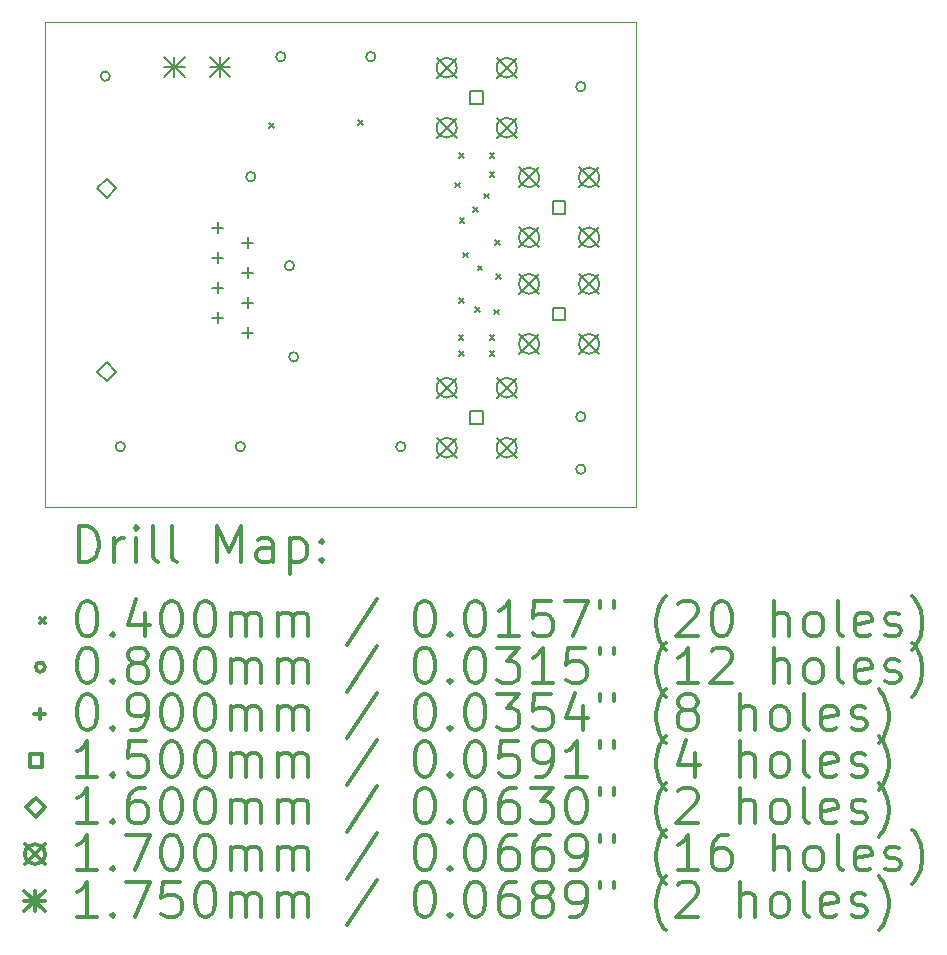
<source format=gbr>
%FSLAX45Y45*%
G04 Gerber Fmt 4.5, Leading zero omitted, Abs format (unit mm)*
G04 Created by KiCad (PCBNEW (5.1.12)-1) date 2021-12-16 15:17:34*
%MOMM*%
%LPD*%
G01*
G04 APERTURE LIST*
%TA.AperFunction,Profile*%
%ADD10C,0.050000*%
%TD*%
%ADD11C,0.200000*%
%ADD12C,0.300000*%
G04 APERTURE END LIST*
D10*
X9525000Y-11772900D02*
X9525000Y-7672900D01*
X14525000Y-11772900D02*
X9525000Y-11772900D01*
X14525000Y-7672900D02*
X14525000Y-11772900D01*
X9525000Y-7672900D02*
X14525000Y-7672900D01*
D11*
X11422700Y-8527100D02*
X11462700Y-8567100D01*
X11462700Y-8527100D02*
X11422700Y-8567100D01*
X12172000Y-8501700D02*
X12212000Y-8541700D01*
X12212000Y-8501700D02*
X12172000Y-8541700D01*
X12993514Y-9029179D02*
X13033514Y-9069179D01*
X13033514Y-9029179D02*
X12993514Y-9069179D01*
X13023991Y-10318415D02*
X13063991Y-10358415D01*
X13063991Y-10318415D02*
X13023991Y-10358415D01*
X13027520Y-8777855D02*
X13067520Y-8817855D01*
X13067520Y-8777855D02*
X13027520Y-8817855D01*
X13027520Y-10454359D02*
X13067520Y-10494359D01*
X13067520Y-10454359D02*
X13027520Y-10494359D01*
X13030900Y-10007900D02*
X13070900Y-10047900D01*
X13070900Y-10007900D02*
X13030900Y-10047900D01*
X13033211Y-9327412D02*
X13073211Y-9367412D01*
X13073211Y-9327412D02*
X13033211Y-9367412D01*
X13063575Y-9621929D02*
X13103575Y-9661929D01*
X13103575Y-9621929D02*
X13063575Y-9661929D01*
X13146633Y-9234914D02*
X13186633Y-9274914D01*
X13186633Y-9234914D02*
X13146633Y-9274914D01*
X13161847Y-10085270D02*
X13201847Y-10125270D01*
X13201847Y-10085270D02*
X13161847Y-10125270D01*
X13185900Y-9732900D02*
X13225900Y-9772900D01*
X13225900Y-9732900D02*
X13185900Y-9772900D01*
X13239865Y-9122050D02*
X13279865Y-9162050D01*
X13279865Y-9122050D02*
X13239865Y-9162050D01*
X13286939Y-10318338D02*
X13326939Y-10358338D01*
X13326939Y-10318338D02*
X13286939Y-10358338D01*
X13287520Y-8777855D02*
X13327520Y-8817855D01*
X13327520Y-8777855D02*
X13287520Y-8817855D01*
X13287520Y-8940180D02*
X13327520Y-8980180D01*
X13327520Y-8940180D02*
X13287520Y-8980180D01*
X13287520Y-10454637D02*
X13327520Y-10494637D01*
X13327520Y-10454637D02*
X13287520Y-10494637D01*
X13323613Y-10104291D02*
X13363613Y-10144291D01*
X13363613Y-10104291D02*
X13323613Y-10144291D01*
X13333010Y-9517375D02*
X13373010Y-9557375D01*
X13373010Y-9517375D02*
X13333010Y-9557375D01*
X13339923Y-9805368D02*
X13379923Y-9845368D01*
X13379923Y-9805368D02*
X13339923Y-9845368D01*
X10073000Y-8128000D02*
G75*
G03*
X10073000Y-8128000I-40000J0D01*
G01*
X10200000Y-11264900D02*
G75*
G03*
X10200000Y-11264900I-40000J0D01*
G01*
X11216000Y-11264900D02*
G75*
G03*
X11216000Y-11264900I-40000J0D01*
G01*
X11304900Y-8978900D02*
G75*
G03*
X11304900Y-8978900I-40000J0D01*
G01*
X11558900Y-7962900D02*
G75*
G03*
X11558900Y-7962900I-40000J0D01*
G01*
X11632560Y-9733280D02*
G75*
G03*
X11632560Y-9733280I-40000J0D01*
G01*
X11668120Y-10505440D02*
G75*
G03*
X11668120Y-10505440I-40000J0D01*
G01*
X12320900Y-7962900D02*
G75*
G03*
X12320900Y-7962900I-40000J0D01*
G01*
X12574900Y-11264900D02*
G75*
G03*
X12574900Y-11264900I-40000J0D01*
G01*
X14098900Y-8216900D02*
G75*
G03*
X14098900Y-8216900I-40000J0D01*
G01*
X14098900Y-11010900D02*
G75*
G03*
X14098900Y-11010900I-40000J0D01*
G01*
X14098900Y-11455400D02*
G75*
G03*
X14098900Y-11455400I-40000J0D01*
G01*
X10985500Y-9365700D02*
X10985500Y-9455700D01*
X10940500Y-9410700D02*
X11030500Y-9410700D01*
X10985500Y-9619700D02*
X10985500Y-9709700D01*
X10940500Y-9664700D02*
X11030500Y-9664700D01*
X10985500Y-9873700D02*
X10985500Y-9963700D01*
X10940500Y-9918700D02*
X11030500Y-9918700D01*
X10985500Y-10127700D02*
X10985500Y-10217700D01*
X10940500Y-10172700D02*
X11030500Y-10172700D01*
X11239500Y-9492700D02*
X11239500Y-9582700D01*
X11194500Y-9537700D02*
X11284500Y-9537700D01*
X11239500Y-9746700D02*
X11239500Y-9836700D01*
X11194500Y-9791700D02*
X11284500Y-9791700D01*
X11239500Y-10000700D02*
X11239500Y-10090700D01*
X11194500Y-10045700D02*
X11284500Y-10045700D01*
X11239500Y-10254700D02*
X11239500Y-10344700D01*
X11194500Y-10299700D02*
X11284500Y-10299700D01*
X13230553Y-8363913D02*
X13230553Y-8257846D01*
X13124486Y-8257846D01*
X13124486Y-8363913D01*
X13230553Y-8363913D01*
X13230553Y-11072914D02*
X13230553Y-10966847D01*
X13124486Y-10966847D01*
X13124486Y-11072914D01*
X13230553Y-11072914D01*
X13928253Y-9292214D02*
X13928253Y-9186147D01*
X13822186Y-9186147D01*
X13822186Y-9292214D01*
X13928253Y-9292214D01*
X13928253Y-10193914D02*
X13928253Y-10087847D01*
X13822186Y-10087847D01*
X13822186Y-10193914D01*
X13928253Y-10193914D01*
X10045500Y-9158200D02*
X10125500Y-9078200D01*
X10045500Y-8998200D01*
X9965500Y-9078200D01*
X10045500Y-9158200D01*
X10045500Y-10712200D02*
X10125500Y-10632200D01*
X10045500Y-10552200D01*
X9965500Y-10632200D01*
X10045500Y-10712200D01*
X12838520Y-7971880D02*
X13008520Y-8141880D01*
X13008520Y-7971880D02*
X12838520Y-8141880D01*
X13008520Y-8056880D02*
G75*
G03*
X13008520Y-8056880I-85000J0D01*
G01*
X12838520Y-8479880D02*
X13008520Y-8649880D01*
X13008520Y-8479880D02*
X12838520Y-8649880D01*
X13008520Y-8564880D02*
G75*
G03*
X13008520Y-8564880I-85000J0D01*
G01*
X12838520Y-10680880D02*
X13008520Y-10850880D01*
X13008520Y-10680880D02*
X12838520Y-10850880D01*
X13008520Y-10765880D02*
G75*
G03*
X13008520Y-10765880I-85000J0D01*
G01*
X12838520Y-11188880D02*
X13008520Y-11358880D01*
X13008520Y-11188880D02*
X12838520Y-11358880D01*
X13008520Y-11273880D02*
G75*
G03*
X13008520Y-11273880I-85000J0D01*
G01*
X13346520Y-7971880D02*
X13516520Y-8141880D01*
X13516520Y-7971880D02*
X13346520Y-8141880D01*
X13516520Y-8056880D02*
G75*
G03*
X13516520Y-8056880I-85000J0D01*
G01*
X13346520Y-8479880D02*
X13516520Y-8649880D01*
X13516520Y-8479880D02*
X13346520Y-8649880D01*
X13516520Y-8564880D02*
G75*
G03*
X13516520Y-8564880I-85000J0D01*
G01*
X13346520Y-10680880D02*
X13516520Y-10850880D01*
X13516520Y-10680880D02*
X13346520Y-10850880D01*
X13516520Y-10765880D02*
G75*
G03*
X13516520Y-10765880I-85000J0D01*
G01*
X13346520Y-11188880D02*
X13516520Y-11358880D01*
X13516520Y-11188880D02*
X13346520Y-11358880D01*
X13516520Y-11273880D02*
G75*
G03*
X13516520Y-11273880I-85000J0D01*
G01*
X13536220Y-8900180D02*
X13706220Y-9070180D01*
X13706220Y-8900180D02*
X13536220Y-9070180D01*
X13706220Y-8985180D02*
G75*
G03*
X13706220Y-8985180I-85000J0D01*
G01*
X13536220Y-9408180D02*
X13706220Y-9578180D01*
X13706220Y-9408180D02*
X13536220Y-9578180D01*
X13706220Y-9493180D02*
G75*
G03*
X13706220Y-9493180I-85000J0D01*
G01*
X13536220Y-9801880D02*
X13706220Y-9971880D01*
X13706220Y-9801880D02*
X13536220Y-9971880D01*
X13706220Y-9886880D02*
G75*
G03*
X13706220Y-9886880I-85000J0D01*
G01*
X13536220Y-10309880D02*
X13706220Y-10479880D01*
X13706220Y-10309880D02*
X13536220Y-10479880D01*
X13706220Y-10394880D02*
G75*
G03*
X13706220Y-10394880I-85000J0D01*
G01*
X14044220Y-8900180D02*
X14214220Y-9070180D01*
X14214220Y-8900180D02*
X14044220Y-9070180D01*
X14214220Y-8985180D02*
G75*
G03*
X14214220Y-8985180I-85000J0D01*
G01*
X14044220Y-9408180D02*
X14214220Y-9578180D01*
X14214220Y-9408180D02*
X14044220Y-9578180D01*
X14214220Y-9493180D02*
G75*
G03*
X14214220Y-9493180I-85000J0D01*
G01*
X14044220Y-9801880D02*
X14214220Y-9971880D01*
X14214220Y-9801880D02*
X14044220Y-9971880D01*
X14214220Y-9886880D02*
G75*
G03*
X14214220Y-9886880I-85000J0D01*
G01*
X14044220Y-10309880D02*
X14214220Y-10479880D01*
X14214220Y-10309880D02*
X14044220Y-10479880D01*
X14214220Y-10394880D02*
G75*
G03*
X14214220Y-10394880I-85000J0D01*
G01*
X10529700Y-7964300D02*
X10704700Y-8139300D01*
X10704700Y-7964300D02*
X10529700Y-8139300D01*
X10617200Y-7964300D02*
X10617200Y-8139300D01*
X10529700Y-8051800D02*
X10704700Y-8051800D01*
X10917700Y-7964300D02*
X11092700Y-8139300D01*
X11092700Y-7964300D02*
X10917700Y-8139300D01*
X11005200Y-7964300D02*
X11005200Y-8139300D01*
X10917700Y-8051800D02*
X11092700Y-8051800D01*
D12*
X9808928Y-12241114D02*
X9808928Y-11941114D01*
X9880357Y-11941114D01*
X9923214Y-11955400D01*
X9951786Y-11983971D01*
X9966071Y-12012543D01*
X9980357Y-12069686D01*
X9980357Y-12112543D01*
X9966071Y-12169686D01*
X9951786Y-12198257D01*
X9923214Y-12226829D01*
X9880357Y-12241114D01*
X9808928Y-12241114D01*
X10108928Y-12241114D02*
X10108928Y-12041114D01*
X10108928Y-12098257D02*
X10123214Y-12069686D01*
X10137500Y-12055400D01*
X10166071Y-12041114D01*
X10194643Y-12041114D01*
X10294643Y-12241114D02*
X10294643Y-12041114D01*
X10294643Y-11941114D02*
X10280357Y-11955400D01*
X10294643Y-11969686D01*
X10308928Y-11955400D01*
X10294643Y-11941114D01*
X10294643Y-11969686D01*
X10480357Y-12241114D02*
X10451786Y-12226829D01*
X10437500Y-12198257D01*
X10437500Y-11941114D01*
X10637500Y-12241114D02*
X10608928Y-12226829D01*
X10594643Y-12198257D01*
X10594643Y-11941114D01*
X10980357Y-12241114D02*
X10980357Y-11941114D01*
X11080357Y-12155400D01*
X11180357Y-11941114D01*
X11180357Y-12241114D01*
X11451786Y-12241114D02*
X11451786Y-12083971D01*
X11437500Y-12055400D01*
X11408928Y-12041114D01*
X11351786Y-12041114D01*
X11323214Y-12055400D01*
X11451786Y-12226829D02*
X11423214Y-12241114D01*
X11351786Y-12241114D01*
X11323214Y-12226829D01*
X11308928Y-12198257D01*
X11308928Y-12169686D01*
X11323214Y-12141114D01*
X11351786Y-12126829D01*
X11423214Y-12126829D01*
X11451786Y-12112543D01*
X11594643Y-12041114D02*
X11594643Y-12341114D01*
X11594643Y-12055400D02*
X11623214Y-12041114D01*
X11680357Y-12041114D01*
X11708928Y-12055400D01*
X11723214Y-12069686D01*
X11737500Y-12098257D01*
X11737500Y-12183971D01*
X11723214Y-12212543D01*
X11708928Y-12226829D01*
X11680357Y-12241114D01*
X11623214Y-12241114D01*
X11594643Y-12226829D01*
X11866071Y-12212543D02*
X11880357Y-12226829D01*
X11866071Y-12241114D01*
X11851786Y-12226829D01*
X11866071Y-12212543D01*
X11866071Y-12241114D01*
X11866071Y-12055400D02*
X11880357Y-12069686D01*
X11866071Y-12083971D01*
X11851786Y-12069686D01*
X11866071Y-12055400D01*
X11866071Y-12083971D01*
X9482500Y-12715400D02*
X9522500Y-12755400D01*
X9522500Y-12715400D02*
X9482500Y-12755400D01*
X9866071Y-12571114D02*
X9894643Y-12571114D01*
X9923214Y-12585400D01*
X9937500Y-12599686D01*
X9951786Y-12628257D01*
X9966071Y-12685400D01*
X9966071Y-12756829D01*
X9951786Y-12813971D01*
X9937500Y-12842543D01*
X9923214Y-12856829D01*
X9894643Y-12871114D01*
X9866071Y-12871114D01*
X9837500Y-12856829D01*
X9823214Y-12842543D01*
X9808928Y-12813971D01*
X9794643Y-12756829D01*
X9794643Y-12685400D01*
X9808928Y-12628257D01*
X9823214Y-12599686D01*
X9837500Y-12585400D01*
X9866071Y-12571114D01*
X10094643Y-12842543D02*
X10108928Y-12856829D01*
X10094643Y-12871114D01*
X10080357Y-12856829D01*
X10094643Y-12842543D01*
X10094643Y-12871114D01*
X10366071Y-12671114D02*
X10366071Y-12871114D01*
X10294643Y-12556829D02*
X10223214Y-12771114D01*
X10408928Y-12771114D01*
X10580357Y-12571114D02*
X10608928Y-12571114D01*
X10637500Y-12585400D01*
X10651786Y-12599686D01*
X10666071Y-12628257D01*
X10680357Y-12685400D01*
X10680357Y-12756829D01*
X10666071Y-12813971D01*
X10651786Y-12842543D01*
X10637500Y-12856829D01*
X10608928Y-12871114D01*
X10580357Y-12871114D01*
X10551786Y-12856829D01*
X10537500Y-12842543D01*
X10523214Y-12813971D01*
X10508928Y-12756829D01*
X10508928Y-12685400D01*
X10523214Y-12628257D01*
X10537500Y-12599686D01*
X10551786Y-12585400D01*
X10580357Y-12571114D01*
X10866071Y-12571114D02*
X10894643Y-12571114D01*
X10923214Y-12585400D01*
X10937500Y-12599686D01*
X10951786Y-12628257D01*
X10966071Y-12685400D01*
X10966071Y-12756829D01*
X10951786Y-12813971D01*
X10937500Y-12842543D01*
X10923214Y-12856829D01*
X10894643Y-12871114D01*
X10866071Y-12871114D01*
X10837500Y-12856829D01*
X10823214Y-12842543D01*
X10808928Y-12813971D01*
X10794643Y-12756829D01*
X10794643Y-12685400D01*
X10808928Y-12628257D01*
X10823214Y-12599686D01*
X10837500Y-12585400D01*
X10866071Y-12571114D01*
X11094643Y-12871114D02*
X11094643Y-12671114D01*
X11094643Y-12699686D02*
X11108928Y-12685400D01*
X11137500Y-12671114D01*
X11180357Y-12671114D01*
X11208928Y-12685400D01*
X11223214Y-12713971D01*
X11223214Y-12871114D01*
X11223214Y-12713971D02*
X11237500Y-12685400D01*
X11266071Y-12671114D01*
X11308928Y-12671114D01*
X11337500Y-12685400D01*
X11351786Y-12713971D01*
X11351786Y-12871114D01*
X11494643Y-12871114D02*
X11494643Y-12671114D01*
X11494643Y-12699686D02*
X11508928Y-12685400D01*
X11537500Y-12671114D01*
X11580357Y-12671114D01*
X11608928Y-12685400D01*
X11623214Y-12713971D01*
X11623214Y-12871114D01*
X11623214Y-12713971D02*
X11637500Y-12685400D01*
X11666071Y-12671114D01*
X11708928Y-12671114D01*
X11737500Y-12685400D01*
X11751786Y-12713971D01*
X11751786Y-12871114D01*
X12337500Y-12556829D02*
X12080357Y-12942543D01*
X12723214Y-12571114D02*
X12751786Y-12571114D01*
X12780357Y-12585400D01*
X12794643Y-12599686D01*
X12808928Y-12628257D01*
X12823214Y-12685400D01*
X12823214Y-12756829D01*
X12808928Y-12813971D01*
X12794643Y-12842543D01*
X12780357Y-12856829D01*
X12751786Y-12871114D01*
X12723214Y-12871114D01*
X12694643Y-12856829D01*
X12680357Y-12842543D01*
X12666071Y-12813971D01*
X12651786Y-12756829D01*
X12651786Y-12685400D01*
X12666071Y-12628257D01*
X12680357Y-12599686D01*
X12694643Y-12585400D01*
X12723214Y-12571114D01*
X12951786Y-12842543D02*
X12966071Y-12856829D01*
X12951786Y-12871114D01*
X12937500Y-12856829D01*
X12951786Y-12842543D01*
X12951786Y-12871114D01*
X13151786Y-12571114D02*
X13180357Y-12571114D01*
X13208928Y-12585400D01*
X13223214Y-12599686D01*
X13237500Y-12628257D01*
X13251786Y-12685400D01*
X13251786Y-12756829D01*
X13237500Y-12813971D01*
X13223214Y-12842543D01*
X13208928Y-12856829D01*
X13180357Y-12871114D01*
X13151786Y-12871114D01*
X13123214Y-12856829D01*
X13108928Y-12842543D01*
X13094643Y-12813971D01*
X13080357Y-12756829D01*
X13080357Y-12685400D01*
X13094643Y-12628257D01*
X13108928Y-12599686D01*
X13123214Y-12585400D01*
X13151786Y-12571114D01*
X13537500Y-12871114D02*
X13366071Y-12871114D01*
X13451786Y-12871114D02*
X13451786Y-12571114D01*
X13423214Y-12613971D01*
X13394643Y-12642543D01*
X13366071Y-12656829D01*
X13808928Y-12571114D02*
X13666071Y-12571114D01*
X13651786Y-12713971D01*
X13666071Y-12699686D01*
X13694643Y-12685400D01*
X13766071Y-12685400D01*
X13794643Y-12699686D01*
X13808928Y-12713971D01*
X13823214Y-12742543D01*
X13823214Y-12813971D01*
X13808928Y-12842543D01*
X13794643Y-12856829D01*
X13766071Y-12871114D01*
X13694643Y-12871114D01*
X13666071Y-12856829D01*
X13651786Y-12842543D01*
X13923214Y-12571114D02*
X14123214Y-12571114D01*
X13994643Y-12871114D01*
X14223214Y-12571114D02*
X14223214Y-12628257D01*
X14337500Y-12571114D02*
X14337500Y-12628257D01*
X14780357Y-12985400D02*
X14766071Y-12971114D01*
X14737500Y-12928257D01*
X14723214Y-12899686D01*
X14708928Y-12856829D01*
X14694643Y-12785400D01*
X14694643Y-12728257D01*
X14708928Y-12656829D01*
X14723214Y-12613971D01*
X14737500Y-12585400D01*
X14766071Y-12542543D01*
X14780357Y-12528257D01*
X14880357Y-12599686D02*
X14894643Y-12585400D01*
X14923214Y-12571114D01*
X14994643Y-12571114D01*
X15023214Y-12585400D01*
X15037500Y-12599686D01*
X15051786Y-12628257D01*
X15051786Y-12656829D01*
X15037500Y-12699686D01*
X14866071Y-12871114D01*
X15051786Y-12871114D01*
X15237500Y-12571114D02*
X15266071Y-12571114D01*
X15294643Y-12585400D01*
X15308928Y-12599686D01*
X15323214Y-12628257D01*
X15337500Y-12685400D01*
X15337500Y-12756829D01*
X15323214Y-12813971D01*
X15308928Y-12842543D01*
X15294643Y-12856829D01*
X15266071Y-12871114D01*
X15237500Y-12871114D01*
X15208928Y-12856829D01*
X15194643Y-12842543D01*
X15180357Y-12813971D01*
X15166071Y-12756829D01*
X15166071Y-12685400D01*
X15180357Y-12628257D01*
X15194643Y-12599686D01*
X15208928Y-12585400D01*
X15237500Y-12571114D01*
X15694643Y-12871114D02*
X15694643Y-12571114D01*
X15823214Y-12871114D02*
X15823214Y-12713971D01*
X15808928Y-12685400D01*
X15780357Y-12671114D01*
X15737500Y-12671114D01*
X15708928Y-12685400D01*
X15694643Y-12699686D01*
X16008928Y-12871114D02*
X15980357Y-12856829D01*
X15966071Y-12842543D01*
X15951786Y-12813971D01*
X15951786Y-12728257D01*
X15966071Y-12699686D01*
X15980357Y-12685400D01*
X16008928Y-12671114D01*
X16051786Y-12671114D01*
X16080357Y-12685400D01*
X16094643Y-12699686D01*
X16108928Y-12728257D01*
X16108928Y-12813971D01*
X16094643Y-12842543D01*
X16080357Y-12856829D01*
X16051786Y-12871114D01*
X16008928Y-12871114D01*
X16280357Y-12871114D02*
X16251786Y-12856829D01*
X16237500Y-12828257D01*
X16237500Y-12571114D01*
X16508928Y-12856829D02*
X16480357Y-12871114D01*
X16423214Y-12871114D01*
X16394643Y-12856829D01*
X16380357Y-12828257D01*
X16380357Y-12713971D01*
X16394643Y-12685400D01*
X16423214Y-12671114D01*
X16480357Y-12671114D01*
X16508928Y-12685400D01*
X16523214Y-12713971D01*
X16523214Y-12742543D01*
X16380357Y-12771114D01*
X16637500Y-12856829D02*
X16666071Y-12871114D01*
X16723214Y-12871114D01*
X16751786Y-12856829D01*
X16766071Y-12828257D01*
X16766071Y-12813971D01*
X16751786Y-12785400D01*
X16723214Y-12771114D01*
X16680357Y-12771114D01*
X16651786Y-12756829D01*
X16637500Y-12728257D01*
X16637500Y-12713971D01*
X16651786Y-12685400D01*
X16680357Y-12671114D01*
X16723214Y-12671114D01*
X16751786Y-12685400D01*
X16866071Y-12985400D02*
X16880357Y-12971114D01*
X16908928Y-12928257D01*
X16923214Y-12899686D01*
X16937500Y-12856829D01*
X16951786Y-12785400D01*
X16951786Y-12728257D01*
X16937500Y-12656829D01*
X16923214Y-12613971D01*
X16908928Y-12585400D01*
X16880357Y-12542543D01*
X16866071Y-12528257D01*
X9522500Y-13131400D02*
G75*
G03*
X9522500Y-13131400I-40000J0D01*
G01*
X9866071Y-12967114D02*
X9894643Y-12967114D01*
X9923214Y-12981400D01*
X9937500Y-12995686D01*
X9951786Y-13024257D01*
X9966071Y-13081400D01*
X9966071Y-13152829D01*
X9951786Y-13209971D01*
X9937500Y-13238543D01*
X9923214Y-13252829D01*
X9894643Y-13267114D01*
X9866071Y-13267114D01*
X9837500Y-13252829D01*
X9823214Y-13238543D01*
X9808928Y-13209971D01*
X9794643Y-13152829D01*
X9794643Y-13081400D01*
X9808928Y-13024257D01*
X9823214Y-12995686D01*
X9837500Y-12981400D01*
X9866071Y-12967114D01*
X10094643Y-13238543D02*
X10108928Y-13252829D01*
X10094643Y-13267114D01*
X10080357Y-13252829D01*
X10094643Y-13238543D01*
X10094643Y-13267114D01*
X10280357Y-13095686D02*
X10251786Y-13081400D01*
X10237500Y-13067114D01*
X10223214Y-13038543D01*
X10223214Y-13024257D01*
X10237500Y-12995686D01*
X10251786Y-12981400D01*
X10280357Y-12967114D01*
X10337500Y-12967114D01*
X10366071Y-12981400D01*
X10380357Y-12995686D01*
X10394643Y-13024257D01*
X10394643Y-13038543D01*
X10380357Y-13067114D01*
X10366071Y-13081400D01*
X10337500Y-13095686D01*
X10280357Y-13095686D01*
X10251786Y-13109971D01*
X10237500Y-13124257D01*
X10223214Y-13152829D01*
X10223214Y-13209971D01*
X10237500Y-13238543D01*
X10251786Y-13252829D01*
X10280357Y-13267114D01*
X10337500Y-13267114D01*
X10366071Y-13252829D01*
X10380357Y-13238543D01*
X10394643Y-13209971D01*
X10394643Y-13152829D01*
X10380357Y-13124257D01*
X10366071Y-13109971D01*
X10337500Y-13095686D01*
X10580357Y-12967114D02*
X10608928Y-12967114D01*
X10637500Y-12981400D01*
X10651786Y-12995686D01*
X10666071Y-13024257D01*
X10680357Y-13081400D01*
X10680357Y-13152829D01*
X10666071Y-13209971D01*
X10651786Y-13238543D01*
X10637500Y-13252829D01*
X10608928Y-13267114D01*
X10580357Y-13267114D01*
X10551786Y-13252829D01*
X10537500Y-13238543D01*
X10523214Y-13209971D01*
X10508928Y-13152829D01*
X10508928Y-13081400D01*
X10523214Y-13024257D01*
X10537500Y-12995686D01*
X10551786Y-12981400D01*
X10580357Y-12967114D01*
X10866071Y-12967114D02*
X10894643Y-12967114D01*
X10923214Y-12981400D01*
X10937500Y-12995686D01*
X10951786Y-13024257D01*
X10966071Y-13081400D01*
X10966071Y-13152829D01*
X10951786Y-13209971D01*
X10937500Y-13238543D01*
X10923214Y-13252829D01*
X10894643Y-13267114D01*
X10866071Y-13267114D01*
X10837500Y-13252829D01*
X10823214Y-13238543D01*
X10808928Y-13209971D01*
X10794643Y-13152829D01*
X10794643Y-13081400D01*
X10808928Y-13024257D01*
X10823214Y-12995686D01*
X10837500Y-12981400D01*
X10866071Y-12967114D01*
X11094643Y-13267114D02*
X11094643Y-13067114D01*
X11094643Y-13095686D02*
X11108928Y-13081400D01*
X11137500Y-13067114D01*
X11180357Y-13067114D01*
X11208928Y-13081400D01*
X11223214Y-13109971D01*
X11223214Y-13267114D01*
X11223214Y-13109971D02*
X11237500Y-13081400D01*
X11266071Y-13067114D01*
X11308928Y-13067114D01*
X11337500Y-13081400D01*
X11351786Y-13109971D01*
X11351786Y-13267114D01*
X11494643Y-13267114D02*
X11494643Y-13067114D01*
X11494643Y-13095686D02*
X11508928Y-13081400D01*
X11537500Y-13067114D01*
X11580357Y-13067114D01*
X11608928Y-13081400D01*
X11623214Y-13109971D01*
X11623214Y-13267114D01*
X11623214Y-13109971D02*
X11637500Y-13081400D01*
X11666071Y-13067114D01*
X11708928Y-13067114D01*
X11737500Y-13081400D01*
X11751786Y-13109971D01*
X11751786Y-13267114D01*
X12337500Y-12952829D02*
X12080357Y-13338543D01*
X12723214Y-12967114D02*
X12751786Y-12967114D01*
X12780357Y-12981400D01*
X12794643Y-12995686D01*
X12808928Y-13024257D01*
X12823214Y-13081400D01*
X12823214Y-13152829D01*
X12808928Y-13209971D01*
X12794643Y-13238543D01*
X12780357Y-13252829D01*
X12751786Y-13267114D01*
X12723214Y-13267114D01*
X12694643Y-13252829D01*
X12680357Y-13238543D01*
X12666071Y-13209971D01*
X12651786Y-13152829D01*
X12651786Y-13081400D01*
X12666071Y-13024257D01*
X12680357Y-12995686D01*
X12694643Y-12981400D01*
X12723214Y-12967114D01*
X12951786Y-13238543D02*
X12966071Y-13252829D01*
X12951786Y-13267114D01*
X12937500Y-13252829D01*
X12951786Y-13238543D01*
X12951786Y-13267114D01*
X13151786Y-12967114D02*
X13180357Y-12967114D01*
X13208928Y-12981400D01*
X13223214Y-12995686D01*
X13237500Y-13024257D01*
X13251786Y-13081400D01*
X13251786Y-13152829D01*
X13237500Y-13209971D01*
X13223214Y-13238543D01*
X13208928Y-13252829D01*
X13180357Y-13267114D01*
X13151786Y-13267114D01*
X13123214Y-13252829D01*
X13108928Y-13238543D01*
X13094643Y-13209971D01*
X13080357Y-13152829D01*
X13080357Y-13081400D01*
X13094643Y-13024257D01*
X13108928Y-12995686D01*
X13123214Y-12981400D01*
X13151786Y-12967114D01*
X13351786Y-12967114D02*
X13537500Y-12967114D01*
X13437500Y-13081400D01*
X13480357Y-13081400D01*
X13508928Y-13095686D01*
X13523214Y-13109971D01*
X13537500Y-13138543D01*
X13537500Y-13209971D01*
X13523214Y-13238543D01*
X13508928Y-13252829D01*
X13480357Y-13267114D01*
X13394643Y-13267114D01*
X13366071Y-13252829D01*
X13351786Y-13238543D01*
X13823214Y-13267114D02*
X13651786Y-13267114D01*
X13737500Y-13267114D02*
X13737500Y-12967114D01*
X13708928Y-13009971D01*
X13680357Y-13038543D01*
X13651786Y-13052829D01*
X14094643Y-12967114D02*
X13951786Y-12967114D01*
X13937500Y-13109971D01*
X13951786Y-13095686D01*
X13980357Y-13081400D01*
X14051786Y-13081400D01*
X14080357Y-13095686D01*
X14094643Y-13109971D01*
X14108928Y-13138543D01*
X14108928Y-13209971D01*
X14094643Y-13238543D01*
X14080357Y-13252829D01*
X14051786Y-13267114D01*
X13980357Y-13267114D01*
X13951786Y-13252829D01*
X13937500Y-13238543D01*
X14223214Y-12967114D02*
X14223214Y-13024257D01*
X14337500Y-12967114D02*
X14337500Y-13024257D01*
X14780357Y-13381400D02*
X14766071Y-13367114D01*
X14737500Y-13324257D01*
X14723214Y-13295686D01*
X14708928Y-13252829D01*
X14694643Y-13181400D01*
X14694643Y-13124257D01*
X14708928Y-13052829D01*
X14723214Y-13009971D01*
X14737500Y-12981400D01*
X14766071Y-12938543D01*
X14780357Y-12924257D01*
X15051786Y-13267114D02*
X14880357Y-13267114D01*
X14966071Y-13267114D02*
X14966071Y-12967114D01*
X14937500Y-13009971D01*
X14908928Y-13038543D01*
X14880357Y-13052829D01*
X15166071Y-12995686D02*
X15180357Y-12981400D01*
X15208928Y-12967114D01*
X15280357Y-12967114D01*
X15308928Y-12981400D01*
X15323214Y-12995686D01*
X15337500Y-13024257D01*
X15337500Y-13052829D01*
X15323214Y-13095686D01*
X15151786Y-13267114D01*
X15337500Y-13267114D01*
X15694643Y-13267114D02*
X15694643Y-12967114D01*
X15823214Y-13267114D02*
X15823214Y-13109971D01*
X15808928Y-13081400D01*
X15780357Y-13067114D01*
X15737500Y-13067114D01*
X15708928Y-13081400D01*
X15694643Y-13095686D01*
X16008928Y-13267114D02*
X15980357Y-13252829D01*
X15966071Y-13238543D01*
X15951786Y-13209971D01*
X15951786Y-13124257D01*
X15966071Y-13095686D01*
X15980357Y-13081400D01*
X16008928Y-13067114D01*
X16051786Y-13067114D01*
X16080357Y-13081400D01*
X16094643Y-13095686D01*
X16108928Y-13124257D01*
X16108928Y-13209971D01*
X16094643Y-13238543D01*
X16080357Y-13252829D01*
X16051786Y-13267114D01*
X16008928Y-13267114D01*
X16280357Y-13267114D02*
X16251786Y-13252829D01*
X16237500Y-13224257D01*
X16237500Y-12967114D01*
X16508928Y-13252829D02*
X16480357Y-13267114D01*
X16423214Y-13267114D01*
X16394643Y-13252829D01*
X16380357Y-13224257D01*
X16380357Y-13109971D01*
X16394643Y-13081400D01*
X16423214Y-13067114D01*
X16480357Y-13067114D01*
X16508928Y-13081400D01*
X16523214Y-13109971D01*
X16523214Y-13138543D01*
X16380357Y-13167114D01*
X16637500Y-13252829D02*
X16666071Y-13267114D01*
X16723214Y-13267114D01*
X16751786Y-13252829D01*
X16766071Y-13224257D01*
X16766071Y-13209971D01*
X16751786Y-13181400D01*
X16723214Y-13167114D01*
X16680357Y-13167114D01*
X16651786Y-13152829D01*
X16637500Y-13124257D01*
X16637500Y-13109971D01*
X16651786Y-13081400D01*
X16680357Y-13067114D01*
X16723214Y-13067114D01*
X16751786Y-13081400D01*
X16866071Y-13381400D02*
X16880357Y-13367114D01*
X16908928Y-13324257D01*
X16923214Y-13295686D01*
X16937500Y-13252829D01*
X16951786Y-13181400D01*
X16951786Y-13124257D01*
X16937500Y-13052829D01*
X16923214Y-13009971D01*
X16908928Y-12981400D01*
X16880357Y-12938543D01*
X16866071Y-12924257D01*
X9477500Y-13482400D02*
X9477500Y-13572400D01*
X9432500Y-13527400D02*
X9522500Y-13527400D01*
X9866071Y-13363114D02*
X9894643Y-13363114D01*
X9923214Y-13377400D01*
X9937500Y-13391686D01*
X9951786Y-13420257D01*
X9966071Y-13477400D01*
X9966071Y-13548829D01*
X9951786Y-13605971D01*
X9937500Y-13634543D01*
X9923214Y-13648829D01*
X9894643Y-13663114D01*
X9866071Y-13663114D01*
X9837500Y-13648829D01*
X9823214Y-13634543D01*
X9808928Y-13605971D01*
X9794643Y-13548829D01*
X9794643Y-13477400D01*
X9808928Y-13420257D01*
X9823214Y-13391686D01*
X9837500Y-13377400D01*
X9866071Y-13363114D01*
X10094643Y-13634543D02*
X10108928Y-13648829D01*
X10094643Y-13663114D01*
X10080357Y-13648829D01*
X10094643Y-13634543D01*
X10094643Y-13663114D01*
X10251786Y-13663114D02*
X10308928Y-13663114D01*
X10337500Y-13648829D01*
X10351786Y-13634543D01*
X10380357Y-13591686D01*
X10394643Y-13534543D01*
X10394643Y-13420257D01*
X10380357Y-13391686D01*
X10366071Y-13377400D01*
X10337500Y-13363114D01*
X10280357Y-13363114D01*
X10251786Y-13377400D01*
X10237500Y-13391686D01*
X10223214Y-13420257D01*
X10223214Y-13491686D01*
X10237500Y-13520257D01*
X10251786Y-13534543D01*
X10280357Y-13548829D01*
X10337500Y-13548829D01*
X10366071Y-13534543D01*
X10380357Y-13520257D01*
X10394643Y-13491686D01*
X10580357Y-13363114D02*
X10608928Y-13363114D01*
X10637500Y-13377400D01*
X10651786Y-13391686D01*
X10666071Y-13420257D01*
X10680357Y-13477400D01*
X10680357Y-13548829D01*
X10666071Y-13605971D01*
X10651786Y-13634543D01*
X10637500Y-13648829D01*
X10608928Y-13663114D01*
X10580357Y-13663114D01*
X10551786Y-13648829D01*
X10537500Y-13634543D01*
X10523214Y-13605971D01*
X10508928Y-13548829D01*
X10508928Y-13477400D01*
X10523214Y-13420257D01*
X10537500Y-13391686D01*
X10551786Y-13377400D01*
X10580357Y-13363114D01*
X10866071Y-13363114D02*
X10894643Y-13363114D01*
X10923214Y-13377400D01*
X10937500Y-13391686D01*
X10951786Y-13420257D01*
X10966071Y-13477400D01*
X10966071Y-13548829D01*
X10951786Y-13605971D01*
X10937500Y-13634543D01*
X10923214Y-13648829D01*
X10894643Y-13663114D01*
X10866071Y-13663114D01*
X10837500Y-13648829D01*
X10823214Y-13634543D01*
X10808928Y-13605971D01*
X10794643Y-13548829D01*
X10794643Y-13477400D01*
X10808928Y-13420257D01*
X10823214Y-13391686D01*
X10837500Y-13377400D01*
X10866071Y-13363114D01*
X11094643Y-13663114D02*
X11094643Y-13463114D01*
X11094643Y-13491686D02*
X11108928Y-13477400D01*
X11137500Y-13463114D01*
X11180357Y-13463114D01*
X11208928Y-13477400D01*
X11223214Y-13505971D01*
X11223214Y-13663114D01*
X11223214Y-13505971D02*
X11237500Y-13477400D01*
X11266071Y-13463114D01*
X11308928Y-13463114D01*
X11337500Y-13477400D01*
X11351786Y-13505971D01*
X11351786Y-13663114D01*
X11494643Y-13663114D02*
X11494643Y-13463114D01*
X11494643Y-13491686D02*
X11508928Y-13477400D01*
X11537500Y-13463114D01*
X11580357Y-13463114D01*
X11608928Y-13477400D01*
X11623214Y-13505971D01*
X11623214Y-13663114D01*
X11623214Y-13505971D02*
X11637500Y-13477400D01*
X11666071Y-13463114D01*
X11708928Y-13463114D01*
X11737500Y-13477400D01*
X11751786Y-13505971D01*
X11751786Y-13663114D01*
X12337500Y-13348829D02*
X12080357Y-13734543D01*
X12723214Y-13363114D02*
X12751786Y-13363114D01*
X12780357Y-13377400D01*
X12794643Y-13391686D01*
X12808928Y-13420257D01*
X12823214Y-13477400D01*
X12823214Y-13548829D01*
X12808928Y-13605971D01*
X12794643Y-13634543D01*
X12780357Y-13648829D01*
X12751786Y-13663114D01*
X12723214Y-13663114D01*
X12694643Y-13648829D01*
X12680357Y-13634543D01*
X12666071Y-13605971D01*
X12651786Y-13548829D01*
X12651786Y-13477400D01*
X12666071Y-13420257D01*
X12680357Y-13391686D01*
X12694643Y-13377400D01*
X12723214Y-13363114D01*
X12951786Y-13634543D02*
X12966071Y-13648829D01*
X12951786Y-13663114D01*
X12937500Y-13648829D01*
X12951786Y-13634543D01*
X12951786Y-13663114D01*
X13151786Y-13363114D02*
X13180357Y-13363114D01*
X13208928Y-13377400D01*
X13223214Y-13391686D01*
X13237500Y-13420257D01*
X13251786Y-13477400D01*
X13251786Y-13548829D01*
X13237500Y-13605971D01*
X13223214Y-13634543D01*
X13208928Y-13648829D01*
X13180357Y-13663114D01*
X13151786Y-13663114D01*
X13123214Y-13648829D01*
X13108928Y-13634543D01*
X13094643Y-13605971D01*
X13080357Y-13548829D01*
X13080357Y-13477400D01*
X13094643Y-13420257D01*
X13108928Y-13391686D01*
X13123214Y-13377400D01*
X13151786Y-13363114D01*
X13351786Y-13363114D02*
X13537500Y-13363114D01*
X13437500Y-13477400D01*
X13480357Y-13477400D01*
X13508928Y-13491686D01*
X13523214Y-13505971D01*
X13537500Y-13534543D01*
X13537500Y-13605971D01*
X13523214Y-13634543D01*
X13508928Y-13648829D01*
X13480357Y-13663114D01*
X13394643Y-13663114D01*
X13366071Y-13648829D01*
X13351786Y-13634543D01*
X13808928Y-13363114D02*
X13666071Y-13363114D01*
X13651786Y-13505971D01*
X13666071Y-13491686D01*
X13694643Y-13477400D01*
X13766071Y-13477400D01*
X13794643Y-13491686D01*
X13808928Y-13505971D01*
X13823214Y-13534543D01*
X13823214Y-13605971D01*
X13808928Y-13634543D01*
X13794643Y-13648829D01*
X13766071Y-13663114D01*
X13694643Y-13663114D01*
X13666071Y-13648829D01*
X13651786Y-13634543D01*
X14080357Y-13463114D02*
X14080357Y-13663114D01*
X14008928Y-13348829D02*
X13937500Y-13563114D01*
X14123214Y-13563114D01*
X14223214Y-13363114D02*
X14223214Y-13420257D01*
X14337500Y-13363114D02*
X14337500Y-13420257D01*
X14780357Y-13777400D02*
X14766071Y-13763114D01*
X14737500Y-13720257D01*
X14723214Y-13691686D01*
X14708928Y-13648829D01*
X14694643Y-13577400D01*
X14694643Y-13520257D01*
X14708928Y-13448829D01*
X14723214Y-13405971D01*
X14737500Y-13377400D01*
X14766071Y-13334543D01*
X14780357Y-13320257D01*
X14937500Y-13491686D02*
X14908928Y-13477400D01*
X14894643Y-13463114D01*
X14880357Y-13434543D01*
X14880357Y-13420257D01*
X14894643Y-13391686D01*
X14908928Y-13377400D01*
X14937500Y-13363114D01*
X14994643Y-13363114D01*
X15023214Y-13377400D01*
X15037500Y-13391686D01*
X15051786Y-13420257D01*
X15051786Y-13434543D01*
X15037500Y-13463114D01*
X15023214Y-13477400D01*
X14994643Y-13491686D01*
X14937500Y-13491686D01*
X14908928Y-13505971D01*
X14894643Y-13520257D01*
X14880357Y-13548829D01*
X14880357Y-13605971D01*
X14894643Y-13634543D01*
X14908928Y-13648829D01*
X14937500Y-13663114D01*
X14994643Y-13663114D01*
X15023214Y-13648829D01*
X15037500Y-13634543D01*
X15051786Y-13605971D01*
X15051786Y-13548829D01*
X15037500Y-13520257D01*
X15023214Y-13505971D01*
X14994643Y-13491686D01*
X15408928Y-13663114D02*
X15408928Y-13363114D01*
X15537500Y-13663114D02*
X15537500Y-13505971D01*
X15523214Y-13477400D01*
X15494643Y-13463114D01*
X15451786Y-13463114D01*
X15423214Y-13477400D01*
X15408928Y-13491686D01*
X15723214Y-13663114D02*
X15694643Y-13648829D01*
X15680357Y-13634543D01*
X15666071Y-13605971D01*
X15666071Y-13520257D01*
X15680357Y-13491686D01*
X15694643Y-13477400D01*
X15723214Y-13463114D01*
X15766071Y-13463114D01*
X15794643Y-13477400D01*
X15808928Y-13491686D01*
X15823214Y-13520257D01*
X15823214Y-13605971D01*
X15808928Y-13634543D01*
X15794643Y-13648829D01*
X15766071Y-13663114D01*
X15723214Y-13663114D01*
X15994643Y-13663114D02*
X15966071Y-13648829D01*
X15951786Y-13620257D01*
X15951786Y-13363114D01*
X16223214Y-13648829D02*
X16194643Y-13663114D01*
X16137500Y-13663114D01*
X16108928Y-13648829D01*
X16094643Y-13620257D01*
X16094643Y-13505971D01*
X16108928Y-13477400D01*
X16137500Y-13463114D01*
X16194643Y-13463114D01*
X16223214Y-13477400D01*
X16237500Y-13505971D01*
X16237500Y-13534543D01*
X16094643Y-13563114D01*
X16351786Y-13648829D02*
X16380357Y-13663114D01*
X16437500Y-13663114D01*
X16466071Y-13648829D01*
X16480357Y-13620257D01*
X16480357Y-13605971D01*
X16466071Y-13577400D01*
X16437500Y-13563114D01*
X16394643Y-13563114D01*
X16366071Y-13548829D01*
X16351786Y-13520257D01*
X16351786Y-13505971D01*
X16366071Y-13477400D01*
X16394643Y-13463114D01*
X16437500Y-13463114D01*
X16466071Y-13477400D01*
X16580357Y-13777400D02*
X16594643Y-13763114D01*
X16623214Y-13720257D01*
X16637500Y-13691686D01*
X16651786Y-13648829D01*
X16666071Y-13577400D01*
X16666071Y-13520257D01*
X16651786Y-13448829D01*
X16637500Y-13405971D01*
X16623214Y-13377400D01*
X16594643Y-13334543D01*
X16580357Y-13320257D01*
X9500533Y-13976434D02*
X9500533Y-13870367D01*
X9394466Y-13870367D01*
X9394466Y-13976434D01*
X9500533Y-13976434D01*
X9966071Y-14059114D02*
X9794643Y-14059114D01*
X9880357Y-14059114D02*
X9880357Y-13759114D01*
X9851786Y-13801971D01*
X9823214Y-13830543D01*
X9794643Y-13844829D01*
X10094643Y-14030543D02*
X10108928Y-14044829D01*
X10094643Y-14059114D01*
X10080357Y-14044829D01*
X10094643Y-14030543D01*
X10094643Y-14059114D01*
X10380357Y-13759114D02*
X10237500Y-13759114D01*
X10223214Y-13901971D01*
X10237500Y-13887686D01*
X10266071Y-13873400D01*
X10337500Y-13873400D01*
X10366071Y-13887686D01*
X10380357Y-13901971D01*
X10394643Y-13930543D01*
X10394643Y-14001971D01*
X10380357Y-14030543D01*
X10366071Y-14044829D01*
X10337500Y-14059114D01*
X10266071Y-14059114D01*
X10237500Y-14044829D01*
X10223214Y-14030543D01*
X10580357Y-13759114D02*
X10608928Y-13759114D01*
X10637500Y-13773400D01*
X10651786Y-13787686D01*
X10666071Y-13816257D01*
X10680357Y-13873400D01*
X10680357Y-13944829D01*
X10666071Y-14001971D01*
X10651786Y-14030543D01*
X10637500Y-14044829D01*
X10608928Y-14059114D01*
X10580357Y-14059114D01*
X10551786Y-14044829D01*
X10537500Y-14030543D01*
X10523214Y-14001971D01*
X10508928Y-13944829D01*
X10508928Y-13873400D01*
X10523214Y-13816257D01*
X10537500Y-13787686D01*
X10551786Y-13773400D01*
X10580357Y-13759114D01*
X10866071Y-13759114D02*
X10894643Y-13759114D01*
X10923214Y-13773400D01*
X10937500Y-13787686D01*
X10951786Y-13816257D01*
X10966071Y-13873400D01*
X10966071Y-13944829D01*
X10951786Y-14001971D01*
X10937500Y-14030543D01*
X10923214Y-14044829D01*
X10894643Y-14059114D01*
X10866071Y-14059114D01*
X10837500Y-14044829D01*
X10823214Y-14030543D01*
X10808928Y-14001971D01*
X10794643Y-13944829D01*
X10794643Y-13873400D01*
X10808928Y-13816257D01*
X10823214Y-13787686D01*
X10837500Y-13773400D01*
X10866071Y-13759114D01*
X11094643Y-14059114D02*
X11094643Y-13859114D01*
X11094643Y-13887686D02*
X11108928Y-13873400D01*
X11137500Y-13859114D01*
X11180357Y-13859114D01*
X11208928Y-13873400D01*
X11223214Y-13901971D01*
X11223214Y-14059114D01*
X11223214Y-13901971D02*
X11237500Y-13873400D01*
X11266071Y-13859114D01*
X11308928Y-13859114D01*
X11337500Y-13873400D01*
X11351786Y-13901971D01*
X11351786Y-14059114D01*
X11494643Y-14059114D02*
X11494643Y-13859114D01*
X11494643Y-13887686D02*
X11508928Y-13873400D01*
X11537500Y-13859114D01*
X11580357Y-13859114D01*
X11608928Y-13873400D01*
X11623214Y-13901971D01*
X11623214Y-14059114D01*
X11623214Y-13901971D02*
X11637500Y-13873400D01*
X11666071Y-13859114D01*
X11708928Y-13859114D01*
X11737500Y-13873400D01*
X11751786Y-13901971D01*
X11751786Y-14059114D01*
X12337500Y-13744829D02*
X12080357Y-14130543D01*
X12723214Y-13759114D02*
X12751786Y-13759114D01*
X12780357Y-13773400D01*
X12794643Y-13787686D01*
X12808928Y-13816257D01*
X12823214Y-13873400D01*
X12823214Y-13944829D01*
X12808928Y-14001971D01*
X12794643Y-14030543D01*
X12780357Y-14044829D01*
X12751786Y-14059114D01*
X12723214Y-14059114D01*
X12694643Y-14044829D01*
X12680357Y-14030543D01*
X12666071Y-14001971D01*
X12651786Y-13944829D01*
X12651786Y-13873400D01*
X12666071Y-13816257D01*
X12680357Y-13787686D01*
X12694643Y-13773400D01*
X12723214Y-13759114D01*
X12951786Y-14030543D02*
X12966071Y-14044829D01*
X12951786Y-14059114D01*
X12937500Y-14044829D01*
X12951786Y-14030543D01*
X12951786Y-14059114D01*
X13151786Y-13759114D02*
X13180357Y-13759114D01*
X13208928Y-13773400D01*
X13223214Y-13787686D01*
X13237500Y-13816257D01*
X13251786Y-13873400D01*
X13251786Y-13944829D01*
X13237500Y-14001971D01*
X13223214Y-14030543D01*
X13208928Y-14044829D01*
X13180357Y-14059114D01*
X13151786Y-14059114D01*
X13123214Y-14044829D01*
X13108928Y-14030543D01*
X13094643Y-14001971D01*
X13080357Y-13944829D01*
X13080357Y-13873400D01*
X13094643Y-13816257D01*
X13108928Y-13787686D01*
X13123214Y-13773400D01*
X13151786Y-13759114D01*
X13523214Y-13759114D02*
X13380357Y-13759114D01*
X13366071Y-13901971D01*
X13380357Y-13887686D01*
X13408928Y-13873400D01*
X13480357Y-13873400D01*
X13508928Y-13887686D01*
X13523214Y-13901971D01*
X13537500Y-13930543D01*
X13537500Y-14001971D01*
X13523214Y-14030543D01*
X13508928Y-14044829D01*
X13480357Y-14059114D01*
X13408928Y-14059114D01*
X13380357Y-14044829D01*
X13366071Y-14030543D01*
X13680357Y-14059114D02*
X13737500Y-14059114D01*
X13766071Y-14044829D01*
X13780357Y-14030543D01*
X13808928Y-13987686D01*
X13823214Y-13930543D01*
X13823214Y-13816257D01*
X13808928Y-13787686D01*
X13794643Y-13773400D01*
X13766071Y-13759114D01*
X13708928Y-13759114D01*
X13680357Y-13773400D01*
X13666071Y-13787686D01*
X13651786Y-13816257D01*
X13651786Y-13887686D01*
X13666071Y-13916257D01*
X13680357Y-13930543D01*
X13708928Y-13944829D01*
X13766071Y-13944829D01*
X13794643Y-13930543D01*
X13808928Y-13916257D01*
X13823214Y-13887686D01*
X14108928Y-14059114D02*
X13937500Y-14059114D01*
X14023214Y-14059114D02*
X14023214Y-13759114D01*
X13994643Y-13801971D01*
X13966071Y-13830543D01*
X13937500Y-13844829D01*
X14223214Y-13759114D02*
X14223214Y-13816257D01*
X14337500Y-13759114D02*
X14337500Y-13816257D01*
X14780357Y-14173400D02*
X14766071Y-14159114D01*
X14737500Y-14116257D01*
X14723214Y-14087686D01*
X14708928Y-14044829D01*
X14694643Y-13973400D01*
X14694643Y-13916257D01*
X14708928Y-13844829D01*
X14723214Y-13801971D01*
X14737500Y-13773400D01*
X14766071Y-13730543D01*
X14780357Y-13716257D01*
X15023214Y-13859114D02*
X15023214Y-14059114D01*
X14951786Y-13744829D02*
X14880357Y-13959114D01*
X15066071Y-13959114D01*
X15408928Y-14059114D02*
X15408928Y-13759114D01*
X15537500Y-14059114D02*
X15537500Y-13901971D01*
X15523214Y-13873400D01*
X15494643Y-13859114D01*
X15451786Y-13859114D01*
X15423214Y-13873400D01*
X15408928Y-13887686D01*
X15723214Y-14059114D02*
X15694643Y-14044829D01*
X15680357Y-14030543D01*
X15666071Y-14001971D01*
X15666071Y-13916257D01*
X15680357Y-13887686D01*
X15694643Y-13873400D01*
X15723214Y-13859114D01*
X15766071Y-13859114D01*
X15794643Y-13873400D01*
X15808928Y-13887686D01*
X15823214Y-13916257D01*
X15823214Y-14001971D01*
X15808928Y-14030543D01*
X15794643Y-14044829D01*
X15766071Y-14059114D01*
X15723214Y-14059114D01*
X15994643Y-14059114D02*
X15966071Y-14044829D01*
X15951786Y-14016257D01*
X15951786Y-13759114D01*
X16223214Y-14044829D02*
X16194643Y-14059114D01*
X16137500Y-14059114D01*
X16108928Y-14044829D01*
X16094643Y-14016257D01*
X16094643Y-13901971D01*
X16108928Y-13873400D01*
X16137500Y-13859114D01*
X16194643Y-13859114D01*
X16223214Y-13873400D01*
X16237500Y-13901971D01*
X16237500Y-13930543D01*
X16094643Y-13959114D01*
X16351786Y-14044829D02*
X16380357Y-14059114D01*
X16437500Y-14059114D01*
X16466071Y-14044829D01*
X16480357Y-14016257D01*
X16480357Y-14001971D01*
X16466071Y-13973400D01*
X16437500Y-13959114D01*
X16394643Y-13959114D01*
X16366071Y-13944829D01*
X16351786Y-13916257D01*
X16351786Y-13901971D01*
X16366071Y-13873400D01*
X16394643Y-13859114D01*
X16437500Y-13859114D01*
X16466071Y-13873400D01*
X16580357Y-14173400D02*
X16594643Y-14159114D01*
X16623214Y-14116257D01*
X16637500Y-14087686D01*
X16651786Y-14044829D01*
X16666071Y-13973400D01*
X16666071Y-13916257D01*
X16651786Y-13844829D01*
X16637500Y-13801971D01*
X16623214Y-13773400D01*
X16594643Y-13730543D01*
X16580357Y-13716257D01*
X9442500Y-14399400D02*
X9522500Y-14319400D01*
X9442500Y-14239400D01*
X9362500Y-14319400D01*
X9442500Y-14399400D01*
X9966071Y-14455114D02*
X9794643Y-14455114D01*
X9880357Y-14455114D02*
X9880357Y-14155114D01*
X9851786Y-14197971D01*
X9823214Y-14226543D01*
X9794643Y-14240829D01*
X10094643Y-14426543D02*
X10108928Y-14440829D01*
X10094643Y-14455114D01*
X10080357Y-14440829D01*
X10094643Y-14426543D01*
X10094643Y-14455114D01*
X10366071Y-14155114D02*
X10308928Y-14155114D01*
X10280357Y-14169400D01*
X10266071Y-14183686D01*
X10237500Y-14226543D01*
X10223214Y-14283686D01*
X10223214Y-14397971D01*
X10237500Y-14426543D01*
X10251786Y-14440829D01*
X10280357Y-14455114D01*
X10337500Y-14455114D01*
X10366071Y-14440829D01*
X10380357Y-14426543D01*
X10394643Y-14397971D01*
X10394643Y-14326543D01*
X10380357Y-14297971D01*
X10366071Y-14283686D01*
X10337500Y-14269400D01*
X10280357Y-14269400D01*
X10251786Y-14283686D01*
X10237500Y-14297971D01*
X10223214Y-14326543D01*
X10580357Y-14155114D02*
X10608928Y-14155114D01*
X10637500Y-14169400D01*
X10651786Y-14183686D01*
X10666071Y-14212257D01*
X10680357Y-14269400D01*
X10680357Y-14340829D01*
X10666071Y-14397971D01*
X10651786Y-14426543D01*
X10637500Y-14440829D01*
X10608928Y-14455114D01*
X10580357Y-14455114D01*
X10551786Y-14440829D01*
X10537500Y-14426543D01*
X10523214Y-14397971D01*
X10508928Y-14340829D01*
X10508928Y-14269400D01*
X10523214Y-14212257D01*
X10537500Y-14183686D01*
X10551786Y-14169400D01*
X10580357Y-14155114D01*
X10866071Y-14155114D02*
X10894643Y-14155114D01*
X10923214Y-14169400D01*
X10937500Y-14183686D01*
X10951786Y-14212257D01*
X10966071Y-14269400D01*
X10966071Y-14340829D01*
X10951786Y-14397971D01*
X10937500Y-14426543D01*
X10923214Y-14440829D01*
X10894643Y-14455114D01*
X10866071Y-14455114D01*
X10837500Y-14440829D01*
X10823214Y-14426543D01*
X10808928Y-14397971D01*
X10794643Y-14340829D01*
X10794643Y-14269400D01*
X10808928Y-14212257D01*
X10823214Y-14183686D01*
X10837500Y-14169400D01*
X10866071Y-14155114D01*
X11094643Y-14455114D02*
X11094643Y-14255114D01*
X11094643Y-14283686D02*
X11108928Y-14269400D01*
X11137500Y-14255114D01*
X11180357Y-14255114D01*
X11208928Y-14269400D01*
X11223214Y-14297971D01*
X11223214Y-14455114D01*
X11223214Y-14297971D02*
X11237500Y-14269400D01*
X11266071Y-14255114D01*
X11308928Y-14255114D01*
X11337500Y-14269400D01*
X11351786Y-14297971D01*
X11351786Y-14455114D01*
X11494643Y-14455114D02*
X11494643Y-14255114D01*
X11494643Y-14283686D02*
X11508928Y-14269400D01*
X11537500Y-14255114D01*
X11580357Y-14255114D01*
X11608928Y-14269400D01*
X11623214Y-14297971D01*
X11623214Y-14455114D01*
X11623214Y-14297971D02*
X11637500Y-14269400D01*
X11666071Y-14255114D01*
X11708928Y-14255114D01*
X11737500Y-14269400D01*
X11751786Y-14297971D01*
X11751786Y-14455114D01*
X12337500Y-14140829D02*
X12080357Y-14526543D01*
X12723214Y-14155114D02*
X12751786Y-14155114D01*
X12780357Y-14169400D01*
X12794643Y-14183686D01*
X12808928Y-14212257D01*
X12823214Y-14269400D01*
X12823214Y-14340829D01*
X12808928Y-14397971D01*
X12794643Y-14426543D01*
X12780357Y-14440829D01*
X12751786Y-14455114D01*
X12723214Y-14455114D01*
X12694643Y-14440829D01*
X12680357Y-14426543D01*
X12666071Y-14397971D01*
X12651786Y-14340829D01*
X12651786Y-14269400D01*
X12666071Y-14212257D01*
X12680357Y-14183686D01*
X12694643Y-14169400D01*
X12723214Y-14155114D01*
X12951786Y-14426543D02*
X12966071Y-14440829D01*
X12951786Y-14455114D01*
X12937500Y-14440829D01*
X12951786Y-14426543D01*
X12951786Y-14455114D01*
X13151786Y-14155114D02*
X13180357Y-14155114D01*
X13208928Y-14169400D01*
X13223214Y-14183686D01*
X13237500Y-14212257D01*
X13251786Y-14269400D01*
X13251786Y-14340829D01*
X13237500Y-14397971D01*
X13223214Y-14426543D01*
X13208928Y-14440829D01*
X13180357Y-14455114D01*
X13151786Y-14455114D01*
X13123214Y-14440829D01*
X13108928Y-14426543D01*
X13094643Y-14397971D01*
X13080357Y-14340829D01*
X13080357Y-14269400D01*
X13094643Y-14212257D01*
X13108928Y-14183686D01*
X13123214Y-14169400D01*
X13151786Y-14155114D01*
X13508928Y-14155114D02*
X13451786Y-14155114D01*
X13423214Y-14169400D01*
X13408928Y-14183686D01*
X13380357Y-14226543D01*
X13366071Y-14283686D01*
X13366071Y-14397971D01*
X13380357Y-14426543D01*
X13394643Y-14440829D01*
X13423214Y-14455114D01*
X13480357Y-14455114D01*
X13508928Y-14440829D01*
X13523214Y-14426543D01*
X13537500Y-14397971D01*
X13537500Y-14326543D01*
X13523214Y-14297971D01*
X13508928Y-14283686D01*
X13480357Y-14269400D01*
X13423214Y-14269400D01*
X13394643Y-14283686D01*
X13380357Y-14297971D01*
X13366071Y-14326543D01*
X13637500Y-14155114D02*
X13823214Y-14155114D01*
X13723214Y-14269400D01*
X13766071Y-14269400D01*
X13794643Y-14283686D01*
X13808928Y-14297971D01*
X13823214Y-14326543D01*
X13823214Y-14397971D01*
X13808928Y-14426543D01*
X13794643Y-14440829D01*
X13766071Y-14455114D01*
X13680357Y-14455114D01*
X13651786Y-14440829D01*
X13637500Y-14426543D01*
X14008928Y-14155114D02*
X14037500Y-14155114D01*
X14066071Y-14169400D01*
X14080357Y-14183686D01*
X14094643Y-14212257D01*
X14108928Y-14269400D01*
X14108928Y-14340829D01*
X14094643Y-14397971D01*
X14080357Y-14426543D01*
X14066071Y-14440829D01*
X14037500Y-14455114D01*
X14008928Y-14455114D01*
X13980357Y-14440829D01*
X13966071Y-14426543D01*
X13951786Y-14397971D01*
X13937500Y-14340829D01*
X13937500Y-14269400D01*
X13951786Y-14212257D01*
X13966071Y-14183686D01*
X13980357Y-14169400D01*
X14008928Y-14155114D01*
X14223214Y-14155114D02*
X14223214Y-14212257D01*
X14337500Y-14155114D02*
X14337500Y-14212257D01*
X14780357Y-14569400D02*
X14766071Y-14555114D01*
X14737500Y-14512257D01*
X14723214Y-14483686D01*
X14708928Y-14440829D01*
X14694643Y-14369400D01*
X14694643Y-14312257D01*
X14708928Y-14240829D01*
X14723214Y-14197971D01*
X14737500Y-14169400D01*
X14766071Y-14126543D01*
X14780357Y-14112257D01*
X14880357Y-14183686D02*
X14894643Y-14169400D01*
X14923214Y-14155114D01*
X14994643Y-14155114D01*
X15023214Y-14169400D01*
X15037500Y-14183686D01*
X15051786Y-14212257D01*
X15051786Y-14240829D01*
X15037500Y-14283686D01*
X14866071Y-14455114D01*
X15051786Y-14455114D01*
X15408928Y-14455114D02*
X15408928Y-14155114D01*
X15537500Y-14455114D02*
X15537500Y-14297971D01*
X15523214Y-14269400D01*
X15494643Y-14255114D01*
X15451786Y-14255114D01*
X15423214Y-14269400D01*
X15408928Y-14283686D01*
X15723214Y-14455114D02*
X15694643Y-14440829D01*
X15680357Y-14426543D01*
X15666071Y-14397971D01*
X15666071Y-14312257D01*
X15680357Y-14283686D01*
X15694643Y-14269400D01*
X15723214Y-14255114D01*
X15766071Y-14255114D01*
X15794643Y-14269400D01*
X15808928Y-14283686D01*
X15823214Y-14312257D01*
X15823214Y-14397971D01*
X15808928Y-14426543D01*
X15794643Y-14440829D01*
X15766071Y-14455114D01*
X15723214Y-14455114D01*
X15994643Y-14455114D02*
X15966071Y-14440829D01*
X15951786Y-14412257D01*
X15951786Y-14155114D01*
X16223214Y-14440829D02*
X16194643Y-14455114D01*
X16137500Y-14455114D01*
X16108928Y-14440829D01*
X16094643Y-14412257D01*
X16094643Y-14297971D01*
X16108928Y-14269400D01*
X16137500Y-14255114D01*
X16194643Y-14255114D01*
X16223214Y-14269400D01*
X16237500Y-14297971D01*
X16237500Y-14326543D01*
X16094643Y-14355114D01*
X16351786Y-14440829D02*
X16380357Y-14455114D01*
X16437500Y-14455114D01*
X16466071Y-14440829D01*
X16480357Y-14412257D01*
X16480357Y-14397971D01*
X16466071Y-14369400D01*
X16437500Y-14355114D01*
X16394643Y-14355114D01*
X16366071Y-14340829D01*
X16351786Y-14312257D01*
X16351786Y-14297971D01*
X16366071Y-14269400D01*
X16394643Y-14255114D01*
X16437500Y-14255114D01*
X16466071Y-14269400D01*
X16580357Y-14569400D02*
X16594643Y-14555114D01*
X16623214Y-14512257D01*
X16637500Y-14483686D01*
X16651786Y-14440829D01*
X16666071Y-14369400D01*
X16666071Y-14312257D01*
X16651786Y-14240829D01*
X16637500Y-14197971D01*
X16623214Y-14169400D01*
X16594643Y-14126543D01*
X16580357Y-14112257D01*
X9352500Y-14630400D02*
X9522500Y-14800400D01*
X9522500Y-14630400D02*
X9352500Y-14800400D01*
X9522500Y-14715400D02*
G75*
G03*
X9522500Y-14715400I-85000J0D01*
G01*
X9966071Y-14851114D02*
X9794643Y-14851114D01*
X9880357Y-14851114D02*
X9880357Y-14551114D01*
X9851786Y-14593971D01*
X9823214Y-14622543D01*
X9794643Y-14636829D01*
X10094643Y-14822543D02*
X10108928Y-14836829D01*
X10094643Y-14851114D01*
X10080357Y-14836829D01*
X10094643Y-14822543D01*
X10094643Y-14851114D01*
X10208928Y-14551114D02*
X10408928Y-14551114D01*
X10280357Y-14851114D01*
X10580357Y-14551114D02*
X10608928Y-14551114D01*
X10637500Y-14565400D01*
X10651786Y-14579686D01*
X10666071Y-14608257D01*
X10680357Y-14665400D01*
X10680357Y-14736829D01*
X10666071Y-14793971D01*
X10651786Y-14822543D01*
X10637500Y-14836829D01*
X10608928Y-14851114D01*
X10580357Y-14851114D01*
X10551786Y-14836829D01*
X10537500Y-14822543D01*
X10523214Y-14793971D01*
X10508928Y-14736829D01*
X10508928Y-14665400D01*
X10523214Y-14608257D01*
X10537500Y-14579686D01*
X10551786Y-14565400D01*
X10580357Y-14551114D01*
X10866071Y-14551114D02*
X10894643Y-14551114D01*
X10923214Y-14565400D01*
X10937500Y-14579686D01*
X10951786Y-14608257D01*
X10966071Y-14665400D01*
X10966071Y-14736829D01*
X10951786Y-14793971D01*
X10937500Y-14822543D01*
X10923214Y-14836829D01*
X10894643Y-14851114D01*
X10866071Y-14851114D01*
X10837500Y-14836829D01*
X10823214Y-14822543D01*
X10808928Y-14793971D01*
X10794643Y-14736829D01*
X10794643Y-14665400D01*
X10808928Y-14608257D01*
X10823214Y-14579686D01*
X10837500Y-14565400D01*
X10866071Y-14551114D01*
X11094643Y-14851114D02*
X11094643Y-14651114D01*
X11094643Y-14679686D02*
X11108928Y-14665400D01*
X11137500Y-14651114D01*
X11180357Y-14651114D01*
X11208928Y-14665400D01*
X11223214Y-14693971D01*
X11223214Y-14851114D01*
X11223214Y-14693971D02*
X11237500Y-14665400D01*
X11266071Y-14651114D01*
X11308928Y-14651114D01*
X11337500Y-14665400D01*
X11351786Y-14693971D01*
X11351786Y-14851114D01*
X11494643Y-14851114D02*
X11494643Y-14651114D01*
X11494643Y-14679686D02*
X11508928Y-14665400D01*
X11537500Y-14651114D01*
X11580357Y-14651114D01*
X11608928Y-14665400D01*
X11623214Y-14693971D01*
X11623214Y-14851114D01*
X11623214Y-14693971D02*
X11637500Y-14665400D01*
X11666071Y-14651114D01*
X11708928Y-14651114D01*
X11737500Y-14665400D01*
X11751786Y-14693971D01*
X11751786Y-14851114D01*
X12337500Y-14536829D02*
X12080357Y-14922543D01*
X12723214Y-14551114D02*
X12751786Y-14551114D01*
X12780357Y-14565400D01*
X12794643Y-14579686D01*
X12808928Y-14608257D01*
X12823214Y-14665400D01*
X12823214Y-14736829D01*
X12808928Y-14793971D01*
X12794643Y-14822543D01*
X12780357Y-14836829D01*
X12751786Y-14851114D01*
X12723214Y-14851114D01*
X12694643Y-14836829D01*
X12680357Y-14822543D01*
X12666071Y-14793971D01*
X12651786Y-14736829D01*
X12651786Y-14665400D01*
X12666071Y-14608257D01*
X12680357Y-14579686D01*
X12694643Y-14565400D01*
X12723214Y-14551114D01*
X12951786Y-14822543D02*
X12966071Y-14836829D01*
X12951786Y-14851114D01*
X12937500Y-14836829D01*
X12951786Y-14822543D01*
X12951786Y-14851114D01*
X13151786Y-14551114D02*
X13180357Y-14551114D01*
X13208928Y-14565400D01*
X13223214Y-14579686D01*
X13237500Y-14608257D01*
X13251786Y-14665400D01*
X13251786Y-14736829D01*
X13237500Y-14793971D01*
X13223214Y-14822543D01*
X13208928Y-14836829D01*
X13180357Y-14851114D01*
X13151786Y-14851114D01*
X13123214Y-14836829D01*
X13108928Y-14822543D01*
X13094643Y-14793971D01*
X13080357Y-14736829D01*
X13080357Y-14665400D01*
X13094643Y-14608257D01*
X13108928Y-14579686D01*
X13123214Y-14565400D01*
X13151786Y-14551114D01*
X13508928Y-14551114D02*
X13451786Y-14551114D01*
X13423214Y-14565400D01*
X13408928Y-14579686D01*
X13380357Y-14622543D01*
X13366071Y-14679686D01*
X13366071Y-14793971D01*
X13380357Y-14822543D01*
X13394643Y-14836829D01*
X13423214Y-14851114D01*
X13480357Y-14851114D01*
X13508928Y-14836829D01*
X13523214Y-14822543D01*
X13537500Y-14793971D01*
X13537500Y-14722543D01*
X13523214Y-14693971D01*
X13508928Y-14679686D01*
X13480357Y-14665400D01*
X13423214Y-14665400D01*
X13394643Y-14679686D01*
X13380357Y-14693971D01*
X13366071Y-14722543D01*
X13794643Y-14551114D02*
X13737500Y-14551114D01*
X13708928Y-14565400D01*
X13694643Y-14579686D01*
X13666071Y-14622543D01*
X13651786Y-14679686D01*
X13651786Y-14793971D01*
X13666071Y-14822543D01*
X13680357Y-14836829D01*
X13708928Y-14851114D01*
X13766071Y-14851114D01*
X13794643Y-14836829D01*
X13808928Y-14822543D01*
X13823214Y-14793971D01*
X13823214Y-14722543D01*
X13808928Y-14693971D01*
X13794643Y-14679686D01*
X13766071Y-14665400D01*
X13708928Y-14665400D01*
X13680357Y-14679686D01*
X13666071Y-14693971D01*
X13651786Y-14722543D01*
X13966071Y-14851114D02*
X14023214Y-14851114D01*
X14051786Y-14836829D01*
X14066071Y-14822543D01*
X14094643Y-14779686D01*
X14108928Y-14722543D01*
X14108928Y-14608257D01*
X14094643Y-14579686D01*
X14080357Y-14565400D01*
X14051786Y-14551114D01*
X13994643Y-14551114D01*
X13966071Y-14565400D01*
X13951786Y-14579686D01*
X13937500Y-14608257D01*
X13937500Y-14679686D01*
X13951786Y-14708257D01*
X13966071Y-14722543D01*
X13994643Y-14736829D01*
X14051786Y-14736829D01*
X14080357Y-14722543D01*
X14094643Y-14708257D01*
X14108928Y-14679686D01*
X14223214Y-14551114D02*
X14223214Y-14608257D01*
X14337500Y-14551114D02*
X14337500Y-14608257D01*
X14780357Y-14965400D02*
X14766071Y-14951114D01*
X14737500Y-14908257D01*
X14723214Y-14879686D01*
X14708928Y-14836829D01*
X14694643Y-14765400D01*
X14694643Y-14708257D01*
X14708928Y-14636829D01*
X14723214Y-14593971D01*
X14737500Y-14565400D01*
X14766071Y-14522543D01*
X14780357Y-14508257D01*
X15051786Y-14851114D02*
X14880357Y-14851114D01*
X14966071Y-14851114D02*
X14966071Y-14551114D01*
X14937500Y-14593971D01*
X14908928Y-14622543D01*
X14880357Y-14636829D01*
X15308928Y-14551114D02*
X15251786Y-14551114D01*
X15223214Y-14565400D01*
X15208928Y-14579686D01*
X15180357Y-14622543D01*
X15166071Y-14679686D01*
X15166071Y-14793971D01*
X15180357Y-14822543D01*
X15194643Y-14836829D01*
X15223214Y-14851114D01*
X15280357Y-14851114D01*
X15308928Y-14836829D01*
X15323214Y-14822543D01*
X15337500Y-14793971D01*
X15337500Y-14722543D01*
X15323214Y-14693971D01*
X15308928Y-14679686D01*
X15280357Y-14665400D01*
X15223214Y-14665400D01*
X15194643Y-14679686D01*
X15180357Y-14693971D01*
X15166071Y-14722543D01*
X15694643Y-14851114D02*
X15694643Y-14551114D01*
X15823214Y-14851114D02*
X15823214Y-14693971D01*
X15808928Y-14665400D01*
X15780357Y-14651114D01*
X15737500Y-14651114D01*
X15708928Y-14665400D01*
X15694643Y-14679686D01*
X16008928Y-14851114D02*
X15980357Y-14836829D01*
X15966071Y-14822543D01*
X15951786Y-14793971D01*
X15951786Y-14708257D01*
X15966071Y-14679686D01*
X15980357Y-14665400D01*
X16008928Y-14651114D01*
X16051786Y-14651114D01*
X16080357Y-14665400D01*
X16094643Y-14679686D01*
X16108928Y-14708257D01*
X16108928Y-14793971D01*
X16094643Y-14822543D01*
X16080357Y-14836829D01*
X16051786Y-14851114D01*
X16008928Y-14851114D01*
X16280357Y-14851114D02*
X16251786Y-14836829D01*
X16237500Y-14808257D01*
X16237500Y-14551114D01*
X16508928Y-14836829D02*
X16480357Y-14851114D01*
X16423214Y-14851114D01*
X16394643Y-14836829D01*
X16380357Y-14808257D01*
X16380357Y-14693971D01*
X16394643Y-14665400D01*
X16423214Y-14651114D01*
X16480357Y-14651114D01*
X16508928Y-14665400D01*
X16523214Y-14693971D01*
X16523214Y-14722543D01*
X16380357Y-14751114D01*
X16637500Y-14836829D02*
X16666071Y-14851114D01*
X16723214Y-14851114D01*
X16751786Y-14836829D01*
X16766071Y-14808257D01*
X16766071Y-14793971D01*
X16751786Y-14765400D01*
X16723214Y-14751114D01*
X16680357Y-14751114D01*
X16651786Y-14736829D01*
X16637500Y-14708257D01*
X16637500Y-14693971D01*
X16651786Y-14665400D01*
X16680357Y-14651114D01*
X16723214Y-14651114D01*
X16751786Y-14665400D01*
X16866071Y-14965400D02*
X16880357Y-14951114D01*
X16908928Y-14908257D01*
X16923214Y-14879686D01*
X16937500Y-14836829D01*
X16951786Y-14765400D01*
X16951786Y-14708257D01*
X16937500Y-14636829D01*
X16923214Y-14593971D01*
X16908928Y-14565400D01*
X16880357Y-14522543D01*
X16866071Y-14508257D01*
X9347500Y-15023900D02*
X9522500Y-15198900D01*
X9522500Y-15023900D02*
X9347500Y-15198900D01*
X9435000Y-15023900D02*
X9435000Y-15198900D01*
X9347500Y-15111400D02*
X9522500Y-15111400D01*
X9966071Y-15247114D02*
X9794643Y-15247114D01*
X9880357Y-15247114D02*
X9880357Y-14947114D01*
X9851786Y-14989971D01*
X9823214Y-15018543D01*
X9794643Y-15032829D01*
X10094643Y-15218543D02*
X10108928Y-15232829D01*
X10094643Y-15247114D01*
X10080357Y-15232829D01*
X10094643Y-15218543D01*
X10094643Y-15247114D01*
X10208928Y-14947114D02*
X10408928Y-14947114D01*
X10280357Y-15247114D01*
X10666071Y-14947114D02*
X10523214Y-14947114D01*
X10508928Y-15089971D01*
X10523214Y-15075686D01*
X10551786Y-15061400D01*
X10623214Y-15061400D01*
X10651786Y-15075686D01*
X10666071Y-15089971D01*
X10680357Y-15118543D01*
X10680357Y-15189971D01*
X10666071Y-15218543D01*
X10651786Y-15232829D01*
X10623214Y-15247114D01*
X10551786Y-15247114D01*
X10523214Y-15232829D01*
X10508928Y-15218543D01*
X10866071Y-14947114D02*
X10894643Y-14947114D01*
X10923214Y-14961400D01*
X10937500Y-14975686D01*
X10951786Y-15004257D01*
X10966071Y-15061400D01*
X10966071Y-15132829D01*
X10951786Y-15189971D01*
X10937500Y-15218543D01*
X10923214Y-15232829D01*
X10894643Y-15247114D01*
X10866071Y-15247114D01*
X10837500Y-15232829D01*
X10823214Y-15218543D01*
X10808928Y-15189971D01*
X10794643Y-15132829D01*
X10794643Y-15061400D01*
X10808928Y-15004257D01*
X10823214Y-14975686D01*
X10837500Y-14961400D01*
X10866071Y-14947114D01*
X11094643Y-15247114D02*
X11094643Y-15047114D01*
X11094643Y-15075686D02*
X11108928Y-15061400D01*
X11137500Y-15047114D01*
X11180357Y-15047114D01*
X11208928Y-15061400D01*
X11223214Y-15089971D01*
X11223214Y-15247114D01*
X11223214Y-15089971D02*
X11237500Y-15061400D01*
X11266071Y-15047114D01*
X11308928Y-15047114D01*
X11337500Y-15061400D01*
X11351786Y-15089971D01*
X11351786Y-15247114D01*
X11494643Y-15247114D02*
X11494643Y-15047114D01*
X11494643Y-15075686D02*
X11508928Y-15061400D01*
X11537500Y-15047114D01*
X11580357Y-15047114D01*
X11608928Y-15061400D01*
X11623214Y-15089971D01*
X11623214Y-15247114D01*
X11623214Y-15089971D02*
X11637500Y-15061400D01*
X11666071Y-15047114D01*
X11708928Y-15047114D01*
X11737500Y-15061400D01*
X11751786Y-15089971D01*
X11751786Y-15247114D01*
X12337500Y-14932829D02*
X12080357Y-15318543D01*
X12723214Y-14947114D02*
X12751786Y-14947114D01*
X12780357Y-14961400D01*
X12794643Y-14975686D01*
X12808928Y-15004257D01*
X12823214Y-15061400D01*
X12823214Y-15132829D01*
X12808928Y-15189971D01*
X12794643Y-15218543D01*
X12780357Y-15232829D01*
X12751786Y-15247114D01*
X12723214Y-15247114D01*
X12694643Y-15232829D01*
X12680357Y-15218543D01*
X12666071Y-15189971D01*
X12651786Y-15132829D01*
X12651786Y-15061400D01*
X12666071Y-15004257D01*
X12680357Y-14975686D01*
X12694643Y-14961400D01*
X12723214Y-14947114D01*
X12951786Y-15218543D02*
X12966071Y-15232829D01*
X12951786Y-15247114D01*
X12937500Y-15232829D01*
X12951786Y-15218543D01*
X12951786Y-15247114D01*
X13151786Y-14947114D02*
X13180357Y-14947114D01*
X13208928Y-14961400D01*
X13223214Y-14975686D01*
X13237500Y-15004257D01*
X13251786Y-15061400D01*
X13251786Y-15132829D01*
X13237500Y-15189971D01*
X13223214Y-15218543D01*
X13208928Y-15232829D01*
X13180357Y-15247114D01*
X13151786Y-15247114D01*
X13123214Y-15232829D01*
X13108928Y-15218543D01*
X13094643Y-15189971D01*
X13080357Y-15132829D01*
X13080357Y-15061400D01*
X13094643Y-15004257D01*
X13108928Y-14975686D01*
X13123214Y-14961400D01*
X13151786Y-14947114D01*
X13508928Y-14947114D02*
X13451786Y-14947114D01*
X13423214Y-14961400D01*
X13408928Y-14975686D01*
X13380357Y-15018543D01*
X13366071Y-15075686D01*
X13366071Y-15189971D01*
X13380357Y-15218543D01*
X13394643Y-15232829D01*
X13423214Y-15247114D01*
X13480357Y-15247114D01*
X13508928Y-15232829D01*
X13523214Y-15218543D01*
X13537500Y-15189971D01*
X13537500Y-15118543D01*
X13523214Y-15089971D01*
X13508928Y-15075686D01*
X13480357Y-15061400D01*
X13423214Y-15061400D01*
X13394643Y-15075686D01*
X13380357Y-15089971D01*
X13366071Y-15118543D01*
X13708928Y-15075686D02*
X13680357Y-15061400D01*
X13666071Y-15047114D01*
X13651786Y-15018543D01*
X13651786Y-15004257D01*
X13666071Y-14975686D01*
X13680357Y-14961400D01*
X13708928Y-14947114D01*
X13766071Y-14947114D01*
X13794643Y-14961400D01*
X13808928Y-14975686D01*
X13823214Y-15004257D01*
X13823214Y-15018543D01*
X13808928Y-15047114D01*
X13794643Y-15061400D01*
X13766071Y-15075686D01*
X13708928Y-15075686D01*
X13680357Y-15089971D01*
X13666071Y-15104257D01*
X13651786Y-15132829D01*
X13651786Y-15189971D01*
X13666071Y-15218543D01*
X13680357Y-15232829D01*
X13708928Y-15247114D01*
X13766071Y-15247114D01*
X13794643Y-15232829D01*
X13808928Y-15218543D01*
X13823214Y-15189971D01*
X13823214Y-15132829D01*
X13808928Y-15104257D01*
X13794643Y-15089971D01*
X13766071Y-15075686D01*
X13966071Y-15247114D02*
X14023214Y-15247114D01*
X14051786Y-15232829D01*
X14066071Y-15218543D01*
X14094643Y-15175686D01*
X14108928Y-15118543D01*
X14108928Y-15004257D01*
X14094643Y-14975686D01*
X14080357Y-14961400D01*
X14051786Y-14947114D01*
X13994643Y-14947114D01*
X13966071Y-14961400D01*
X13951786Y-14975686D01*
X13937500Y-15004257D01*
X13937500Y-15075686D01*
X13951786Y-15104257D01*
X13966071Y-15118543D01*
X13994643Y-15132829D01*
X14051786Y-15132829D01*
X14080357Y-15118543D01*
X14094643Y-15104257D01*
X14108928Y-15075686D01*
X14223214Y-14947114D02*
X14223214Y-15004257D01*
X14337500Y-14947114D02*
X14337500Y-15004257D01*
X14780357Y-15361400D02*
X14766071Y-15347114D01*
X14737500Y-15304257D01*
X14723214Y-15275686D01*
X14708928Y-15232829D01*
X14694643Y-15161400D01*
X14694643Y-15104257D01*
X14708928Y-15032829D01*
X14723214Y-14989971D01*
X14737500Y-14961400D01*
X14766071Y-14918543D01*
X14780357Y-14904257D01*
X14880357Y-14975686D02*
X14894643Y-14961400D01*
X14923214Y-14947114D01*
X14994643Y-14947114D01*
X15023214Y-14961400D01*
X15037500Y-14975686D01*
X15051786Y-15004257D01*
X15051786Y-15032829D01*
X15037500Y-15075686D01*
X14866071Y-15247114D01*
X15051786Y-15247114D01*
X15408928Y-15247114D02*
X15408928Y-14947114D01*
X15537500Y-15247114D02*
X15537500Y-15089971D01*
X15523214Y-15061400D01*
X15494643Y-15047114D01*
X15451786Y-15047114D01*
X15423214Y-15061400D01*
X15408928Y-15075686D01*
X15723214Y-15247114D02*
X15694643Y-15232829D01*
X15680357Y-15218543D01*
X15666071Y-15189971D01*
X15666071Y-15104257D01*
X15680357Y-15075686D01*
X15694643Y-15061400D01*
X15723214Y-15047114D01*
X15766071Y-15047114D01*
X15794643Y-15061400D01*
X15808928Y-15075686D01*
X15823214Y-15104257D01*
X15823214Y-15189971D01*
X15808928Y-15218543D01*
X15794643Y-15232829D01*
X15766071Y-15247114D01*
X15723214Y-15247114D01*
X15994643Y-15247114D02*
X15966071Y-15232829D01*
X15951786Y-15204257D01*
X15951786Y-14947114D01*
X16223214Y-15232829D02*
X16194643Y-15247114D01*
X16137500Y-15247114D01*
X16108928Y-15232829D01*
X16094643Y-15204257D01*
X16094643Y-15089971D01*
X16108928Y-15061400D01*
X16137500Y-15047114D01*
X16194643Y-15047114D01*
X16223214Y-15061400D01*
X16237500Y-15089971D01*
X16237500Y-15118543D01*
X16094643Y-15147114D01*
X16351786Y-15232829D02*
X16380357Y-15247114D01*
X16437500Y-15247114D01*
X16466071Y-15232829D01*
X16480357Y-15204257D01*
X16480357Y-15189971D01*
X16466071Y-15161400D01*
X16437500Y-15147114D01*
X16394643Y-15147114D01*
X16366071Y-15132829D01*
X16351786Y-15104257D01*
X16351786Y-15089971D01*
X16366071Y-15061400D01*
X16394643Y-15047114D01*
X16437500Y-15047114D01*
X16466071Y-15061400D01*
X16580357Y-15361400D02*
X16594643Y-15347114D01*
X16623214Y-15304257D01*
X16637500Y-15275686D01*
X16651786Y-15232829D01*
X16666071Y-15161400D01*
X16666071Y-15104257D01*
X16651786Y-15032829D01*
X16637500Y-14989971D01*
X16623214Y-14961400D01*
X16594643Y-14918543D01*
X16580357Y-14904257D01*
M02*

</source>
